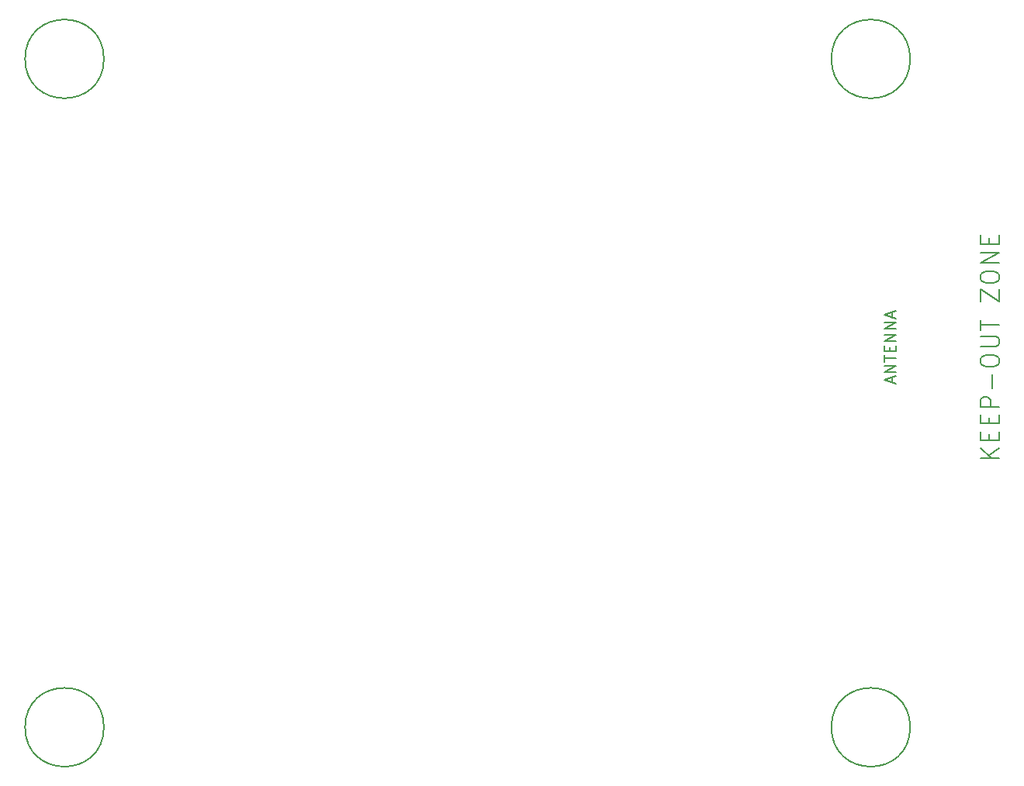
<source format=gbr>
%TF.GenerationSoftware,KiCad,Pcbnew,5.1.10*%
%TF.CreationDate,2021-12-02T21:41:10+00:00*%
%TF.ProjectId,ELE3044 - Tractor Tracker,454c4533-3034-4342-902d-205472616374,rev?*%
%TF.SameCoordinates,Original*%
%TF.FileFunction,Other,Comment*%
%FSLAX46Y46*%
G04 Gerber Fmt 4.6, Leading zero omitted, Abs format (unit mm)*
G04 Created by KiCad (PCBNEW 5.1.10) date 2021-12-02 21:41:10*
%MOMM*%
%LPD*%
G01*
G04 APERTURE LIST*
%ADD10C,0.150000*%
G04 APERTURE END LIST*
D10*
%TO.C,H4*%
X110300000Y-144000000D02*
G75*
G03*
X110300000Y-144000000I-4300000J0D01*
G01*
%TO.C,H3*%
X110300000Y-71000000D02*
G75*
G03*
X110300000Y-71000000I-4300000J0D01*
G01*
%TO.C,H2*%
X198300000Y-144000000D02*
G75*
G03*
X198300000Y-144000000I-4300000J0D01*
G01*
%TO.C,H1*%
X198300000Y-71000000D02*
G75*
G03*
X198300000Y-71000000I-4300000J0D01*
G01*
%TD*%
%TO.C,U4*%
X196358333Y-106339285D02*
X196358333Y-105744047D01*
X196715476Y-106458333D02*
X195465476Y-106041666D01*
X196715476Y-105625000D01*
X196715476Y-105208333D02*
X195465476Y-105208333D01*
X196715476Y-104494047D01*
X195465476Y-104494047D01*
X195465476Y-104077380D02*
X195465476Y-103363095D01*
X196715476Y-103720238D02*
X195465476Y-103720238D01*
X196060714Y-102946428D02*
X196060714Y-102529761D01*
X196715476Y-102351190D02*
X196715476Y-102946428D01*
X195465476Y-102946428D01*
X195465476Y-102351190D01*
X196715476Y-101815476D02*
X195465476Y-101815476D01*
X196715476Y-101101190D01*
X195465476Y-101101190D01*
X196715476Y-100505952D02*
X195465476Y-100505952D01*
X196715476Y-99791666D01*
X195465476Y-99791666D01*
X196358333Y-99255952D02*
X196358333Y-98660714D01*
X196715476Y-99375000D02*
X195465476Y-98958333D01*
X196715476Y-98541666D01*
X207994761Y-114642857D02*
X205994761Y-114642857D01*
X207994761Y-113500000D02*
X206851904Y-114357142D01*
X205994761Y-113500000D02*
X207137619Y-114642857D01*
X206947142Y-112642857D02*
X206947142Y-111976190D01*
X207994761Y-111690476D02*
X207994761Y-112642857D01*
X205994761Y-112642857D01*
X205994761Y-111690476D01*
X206947142Y-110833333D02*
X206947142Y-110166666D01*
X207994761Y-109880952D02*
X207994761Y-110833333D01*
X205994761Y-110833333D01*
X205994761Y-109880952D01*
X207994761Y-109023809D02*
X205994761Y-109023809D01*
X205994761Y-108261904D01*
X206090000Y-108071428D01*
X206185238Y-107976190D01*
X206375714Y-107880952D01*
X206661428Y-107880952D01*
X206851904Y-107976190D01*
X206947142Y-108071428D01*
X207042380Y-108261904D01*
X207042380Y-109023809D01*
X207232857Y-107023809D02*
X207232857Y-105500000D01*
X205994761Y-104166666D02*
X205994761Y-103785714D01*
X206090000Y-103595238D01*
X206280476Y-103404761D01*
X206661428Y-103309523D01*
X207328095Y-103309523D01*
X207709047Y-103404761D01*
X207899523Y-103595238D01*
X207994761Y-103785714D01*
X207994761Y-104166666D01*
X207899523Y-104357142D01*
X207709047Y-104547619D01*
X207328095Y-104642857D01*
X206661428Y-104642857D01*
X206280476Y-104547619D01*
X206090000Y-104357142D01*
X205994761Y-104166666D01*
X205994761Y-102452380D02*
X207613809Y-102452380D01*
X207804285Y-102357142D01*
X207899523Y-102261904D01*
X207994761Y-102071428D01*
X207994761Y-101690476D01*
X207899523Y-101500000D01*
X207804285Y-101404761D01*
X207613809Y-101309523D01*
X205994761Y-101309523D01*
X205994761Y-100642857D02*
X205994761Y-99500000D01*
X207994761Y-100071428D02*
X205994761Y-100071428D01*
X205994761Y-97500000D02*
X205994761Y-96166666D01*
X207994761Y-97500000D01*
X207994761Y-96166666D01*
X205994761Y-95023809D02*
X205994761Y-94642857D01*
X206090000Y-94452380D01*
X206280476Y-94261904D01*
X206661428Y-94166666D01*
X207328095Y-94166666D01*
X207709047Y-94261904D01*
X207899523Y-94452380D01*
X207994761Y-94642857D01*
X207994761Y-95023809D01*
X207899523Y-95214285D01*
X207709047Y-95404761D01*
X207328095Y-95500000D01*
X206661428Y-95500000D01*
X206280476Y-95404761D01*
X206090000Y-95214285D01*
X205994761Y-95023809D01*
X207994761Y-93309523D02*
X205994761Y-93309523D01*
X207994761Y-92166666D01*
X205994761Y-92166666D01*
X206947142Y-91214285D02*
X206947142Y-90547619D01*
X207994761Y-90261904D02*
X207994761Y-91214285D01*
X205994761Y-91214285D01*
X205994761Y-90261904D01*
%TD*%
M02*

</source>
